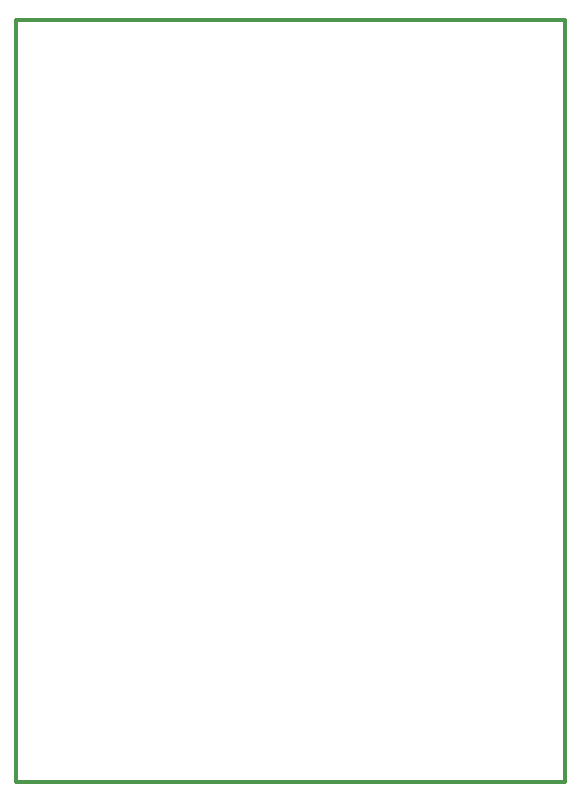
<source format=gko>
%FSLAX24Y24*%
%MOIN*%
G70*
G01*
G75*
G04 Layer_Color=16711935*
%ADD10R,0.0433X0.0433*%
G04:AMPARAMS|DCode=11|XSize=23.6mil|YSize=39.4mil|CornerRadius=3mil|HoleSize=0mil|Usage=FLASHONLY|Rotation=180.000|XOffset=0mil|YOffset=0mil|HoleType=Round|Shape=RoundedRectangle|*
%AMROUNDEDRECTD11*
21,1,0.0236,0.0335,0,0,180.0*
21,1,0.0177,0.0394,0,0,180.0*
1,1,0.0059,-0.0089,0.0167*
1,1,0.0059,0.0089,0.0167*
1,1,0.0059,0.0089,-0.0167*
1,1,0.0059,-0.0089,-0.0167*
%
%ADD11ROUNDEDRECTD11*%
%ADD12R,0.0433X0.0433*%
%ADD13R,0.0295X0.0236*%
%ADD14O,0.0827X0.0138*%
G04:AMPARAMS|DCode=15|XSize=90.6mil|YSize=70.9mil|CornerRadius=8.9mil|HoleSize=0mil|Usage=FLASHONLY|Rotation=90.000|XOffset=0mil|YOffset=0mil|HoleType=Round|Shape=RoundedRectangle|*
%AMROUNDEDRECTD15*
21,1,0.0906,0.0532,0,0,90.0*
21,1,0.0728,0.0709,0,0,90.0*
1,1,0.0177,0.0266,0.0364*
1,1,0.0177,0.0266,-0.0364*
1,1,0.0177,-0.0266,-0.0364*
1,1,0.0177,-0.0266,0.0364*
%
%ADD15ROUNDEDRECTD15*%
G04:AMPARAMS|DCode=16|XSize=90.6mil|YSize=70.9mil|CornerRadius=8.9mil|HoleSize=0mil|Usage=FLASHONLY|Rotation=180.000|XOffset=0mil|YOffset=0mil|HoleType=Round|Shape=RoundedRectangle|*
%AMROUNDEDRECTD16*
21,1,0.0906,0.0532,0,0,180.0*
21,1,0.0728,0.0709,0,0,180.0*
1,1,0.0177,-0.0364,0.0266*
1,1,0.0177,0.0364,0.0266*
1,1,0.0177,0.0364,-0.0266*
1,1,0.0177,-0.0364,-0.0266*
%
%ADD16ROUNDEDRECTD16*%
G04:AMPARAMS|DCode=17|XSize=137.8mil|YSize=68.9mil|CornerRadius=8.6mil|HoleSize=0mil|Usage=FLASHONLY|Rotation=180.000|XOffset=0mil|YOffset=0mil|HoleType=Round|Shape=RoundedRectangle|*
%AMROUNDEDRECTD17*
21,1,0.1378,0.0517,0,0,180.0*
21,1,0.1206,0.0689,0,0,180.0*
1,1,0.0172,-0.0603,0.0258*
1,1,0.0172,0.0603,0.0258*
1,1,0.0172,0.0603,-0.0258*
1,1,0.0172,-0.0603,-0.0258*
%
%ADD17ROUNDEDRECTD17*%
G04:AMPARAMS|DCode=18|XSize=43.3mil|YSize=68.9mil|CornerRadius=5.4mil|HoleSize=0mil|Usage=FLASHONLY|Rotation=180.000|XOffset=0mil|YOffset=0mil|HoleType=Round|Shape=RoundedRectangle|*
%AMROUNDEDRECTD18*
21,1,0.0433,0.0581,0,0,180.0*
21,1,0.0325,0.0689,0,0,180.0*
1,1,0.0108,-0.0162,0.0290*
1,1,0.0108,0.0162,0.0290*
1,1,0.0108,0.0162,-0.0290*
1,1,0.0108,-0.0162,-0.0290*
%
%ADD18ROUNDEDRECTD18*%
G04:AMPARAMS|DCode=19|XSize=43.3mil|YSize=68.9mil|CornerRadius=5.4mil|HoleSize=0mil|Usage=FLASHONLY|Rotation=180.000|XOffset=0mil|YOffset=0mil|HoleType=Round|Shape=RoundedRectangle|*
%AMROUNDEDRECTD19*
21,1,0.0433,0.0581,0,0,180.0*
21,1,0.0325,0.0689,0,0,180.0*
1,1,0.0108,-0.0162,0.0290*
1,1,0.0108,0.0162,0.0290*
1,1,0.0108,0.0162,-0.0290*
1,1,0.0108,-0.0162,-0.0290*
%
%ADD19ROUNDEDRECTD19*%
%ADD20C,0.0079*%
%ADD21C,0.0433*%
%ADD22C,0.0138*%
%ADD23C,0.1000*%
G04:AMPARAMS|DCode=24|XSize=100mil|YSize=100mil|CornerRadius=25mil|HoleSize=0mil|Usage=FLASHONLY|Rotation=90.000|XOffset=0mil|YOffset=0mil|HoleType=Round|Shape=RoundedRectangle|*
%AMROUNDEDRECTD24*
21,1,0.1000,0.0500,0,0,90.0*
21,1,0.0500,0.1000,0,0,90.0*
1,1,0.0500,0.0250,0.0250*
1,1,0.0500,0.0250,-0.0250*
1,1,0.0500,-0.0250,-0.0250*
1,1,0.0500,-0.0250,0.0250*
%
%ADD24ROUNDEDRECTD24*%
%ADD25C,0.2520*%
%ADD26R,0.0787X0.0591*%
%ADD27O,0.0787X0.0591*%
%ADD28R,0.0591X0.0591*%
%ADD29C,0.0591*%
G04:AMPARAMS|DCode=30|XSize=100mil|YSize=100mil|CornerRadius=25mil|HoleSize=0mil|Usage=FLASHONLY|Rotation=0.000|XOffset=0mil|YOffset=0mil|HoleType=Round|Shape=RoundedRectangle|*
%AMROUNDEDRECTD30*
21,1,0.1000,0.0500,0,0,0.0*
21,1,0.0500,0.1000,0,0,0.0*
1,1,0.0500,0.0250,-0.0250*
1,1,0.0500,-0.0250,-0.0250*
1,1,0.0500,-0.0250,0.0250*
1,1,0.0500,0.0250,0.0250*
%
%ADD30ROUNDEDRECTD30*%
%ADD31C,0.0276*%
%ADD32R,0.0571X0.0453*%
%ADD33R,0.0610X0.0532*%
%ADD34C,0.0098*%
%ADD35C,0.0236*%
%ADD36C,0.0050*%
%ADD37C,0.0059*%
%ADD38C,0.0100*%
%ADD39C,0.0197*%
%ADD40R,0.0513X0.0513*%
G04:AMPARAMS|DCode=41|XSize=31.6mil|YSize=47.4mil|CornerRadius=7mil|HoleSize=0mil|Usage=FLASHONLY|Rotation=180.000|XOffset=0mil|YOffset=0mil|HoleType=Round|Shape=RoundedRectangle|*
%AMROUNDEDRECTD41*
21,1,0.0316,0.0335,0,0,180.0*
21,1,0.0177,0.0474,0,0,180.0*
1,1,0.0139,-0.0089,0.0167*
1,1,0.0139,0.0089,0.0167*
1,1,0.0139,0.0089,-0.0167*
1,1,0.0139,-0.0089,-0.0167*
%
%ADD41ROUNDEDRECTD41*%
%ADD42R,0.0513X0.0513*%
%ADD43R,0.0375X0.0316*%
%ADD44O,0.0907X0.0218*%
G04:AMPARAMS|DCode=45|XSize=98.6mil|YSize=78.9mil|CornerRadius=12.9mil|HoleSize=0mil|Usage=FLASHONLY|Rotation=90.000|XOffset=0mil|YOffset=0mil|HoleType=Round|Shape=RoundedRectangle|*
%AMROUNDEDRECTD45*
21,1,0.0986,0.0532,0,0,90.0*
21,1,0.0728,0.0789,0,0,90.0*
1,1,0.0257,0.0266,0.0364*
1,1,0.0257,0.0266,-0.0364*
1,1,0.0257,-0.0266,-0.0364*
1,1,0.0257,-0.0266,0.0364*
%
%ADD45ROUNDEDRECTD45*%
G04:AMPARAMS|DCode=46|XSize=98.6mil|YSize=78.9mil|CornerRadius=12.9mil|HoleSize=0mil|Usage=FLASHONLY|Rotation=180.000|XOffset=0mil|YOffset=0mil|HoleType=Round|Shape=RoundedRectangle|*
%AMROUNDEDRECTD46*
21,1,0.0986,0.0532,0,0,180.0*
21,1,0.0728,0.0789,0,0,180.0*
1,1,0.0257,-0.0364,0.0266*
1,1,0.0257,0.0364,0.0266*
1,1,0.0257,0.0364,-0.0266*
1,1,0.0257,-0.0364,-0.0266*
%
%ADD46ROUNDEDRECTD46*%
G04:AMPARAMS|DCode=47|XSize=145.8mil|YSize=76.9mil|CornerRadius=12.6mil|HoleSize=0mil|Usage=FLASHONLY|Rotation=180.000|XOffset=0mil|YOffset=0mil|HoleType=Round|Shape=RoundedRectangle|*
%AMROUNDEDRECTD47*
21,1,0.1458,0.0517,0,0,180.0*
21,1,0.1206,0.0769,0,0,180.0*
1,1,0.0252,-0.0603,0.0258*
1,1,0.0252,0.0603,0.0258*
1,1,0.0252,0.0603,-0.0258*
1,1,0.0252,-0.0603,-0.0258*
%
%ADD47ROUNDEDRECTD47*%
G04:AMPARAMS|DCode=48|XSize=51.3mil|YSize=76.9mil|CornerRadius=9.4mil|HoleSize=0mil|Usage=FLASHONLY|Rotation=180.000|XOffset=0mil|YOffset=0mil|HoleType=Round|Shape=RoundedRectangle|*
%AMROUNDEDRECTD48*
21,1,0.0513,0.0581,0,0,180.0*
21,1,0.0325,0.0769,0,0,180.0*
1,1,0.0188,-0.0162,0.0290*
1,1,0.0188,0.0162,0.0290*
1,1,0.0188,0.0162,-0.0290*
1,1,0.0188,-0.0162,-0.0290*
%
%ADD48ROUNDEDRECTD48*%
G04:AMPARAMS|DCode=49|XSize=51.3mil|YSize=76.9mil|CornerRadius=9.4mil|HoleSize=0mil|Usage=FLASHONLY|Rotation=180.000|XOffset=0mil|YOffset=0mil|HoleType=Round|Shape=RoundedRectangle|*
%AMROUNDEDRECTD49*
21,1,0.0513,0.0581,0,0,180.0*
21,1,0.0325,0.0769,0,0,180.0*
1,1,0.0188,-0.0162,0.0290*
1,1,0.0188,0.0162,0.0290*
1,1,0.0188,0.0162,-0.0290*
1,1,0.0188,-0.0162,-0.0290*
%
%ADD49ROUNDEDRECTD49*%
%ADD50C,0.1080*%
G04:AMPARAMS|DCode=51|XSize=108mil|YSize=108mil|CornerRadius=29mil|HoleSize=0mil|Usage=FLASHONLY|Rotation=90.000|XOffset=0mil|YOffset=0mil|HoleType=Round|Shape=RoundedRectangle|*
%AMROUNDEDRECTD51*
21,1,0.1080,0.0500,0,0,90.0*
21,1,0.0500,0.1080,0,0,90.0*
1,1,0.0580,0.0250,0.0250*
1,1,0.0580,0.0250,-0.0250*
1,1,0.0580,-0.0250,-0.0250*
1,1,0.0580,-0.0250,0.0250*
%
%ADD51ROUNDEDRECTD51*%
%ADD52C,0.2600*%
%ADD53R,0.0867X0.0671*%
%ADD54O,0.0867X0.0671*%
%ADD55R,0.0671X0.0671*%
%ADD56C,0.0671*%
G04:AMPARAMS|DCode=57|XSize=108mil|YSize=108mil|CornerRadius=29mil|HoleSize=0mil|Usage=FLASHONLY|Rotation=0.000|XOffset=0mil|YOffset=0mil|HoleType=Round|Shape=RoundedRectangle|*
%AMROUNDEDRECTD57*
21,1,0.1080,0.0500,0,0,0.0*
21,1,0.0500,0.1080,0,0,0.0*
1,1,0.0580,0.0250,-0.0250*
1,1,0.0580,-0.0250,-0.0250*
1,1,0.0580,-0.0250,0.0250*
1,1,0.0580,0.0250,0.0250*
%
%ADD57ROUNDEDRECTD57*%
%ADD58C,0.0356*%
%ADD59R,0.0651X0.0533*%
%ADD60R,0.0690X0.0612*%
%ADD61C,0.0118*%
D61*
X0Y0D02*
Y25394D01*
X18307D01*
Y0D02*
Y25394D01*
X0Y0D02*
X18307D01*
M02*

</source>
